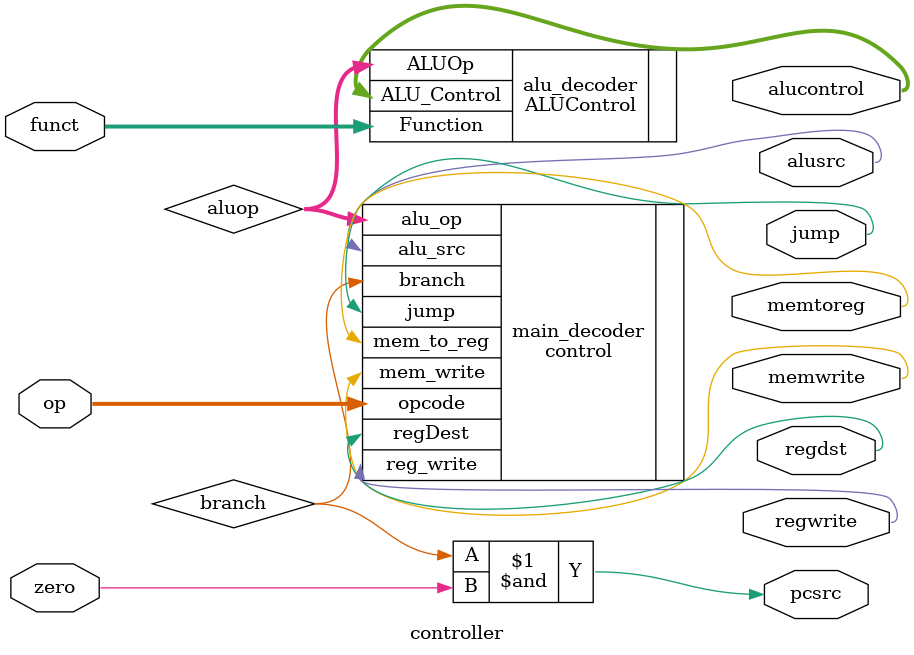
<source format=v>
module controller (input [5:0] op, funct,
                   input zero,
                   output memtoreg, memwrite,pcsrc, alusrc, regdst, regwrite,jump, 
                   output [2:0] alucontrol);
////////
wire [1:0] aluop;
wire branch;
////////////
control main_decoder (.opcode(op),
                      .mem_to_reg(memtoreg),
                      .mem_write(memwrite),
                      .branch(branch),
                      .alu_src(alusrc),
                      .regDest(regdst),
                      .reg_write(regwrite),
                      .jump(jump),
                      .alu_op(aluop));

////////////                      
ALUControl alu_decoder (.Function(funct),
                        .ALUOp(aluop),
                        .ALU_Control(alucontrol));
assign pcsrc = branch & zero;
endmodule
</source>
